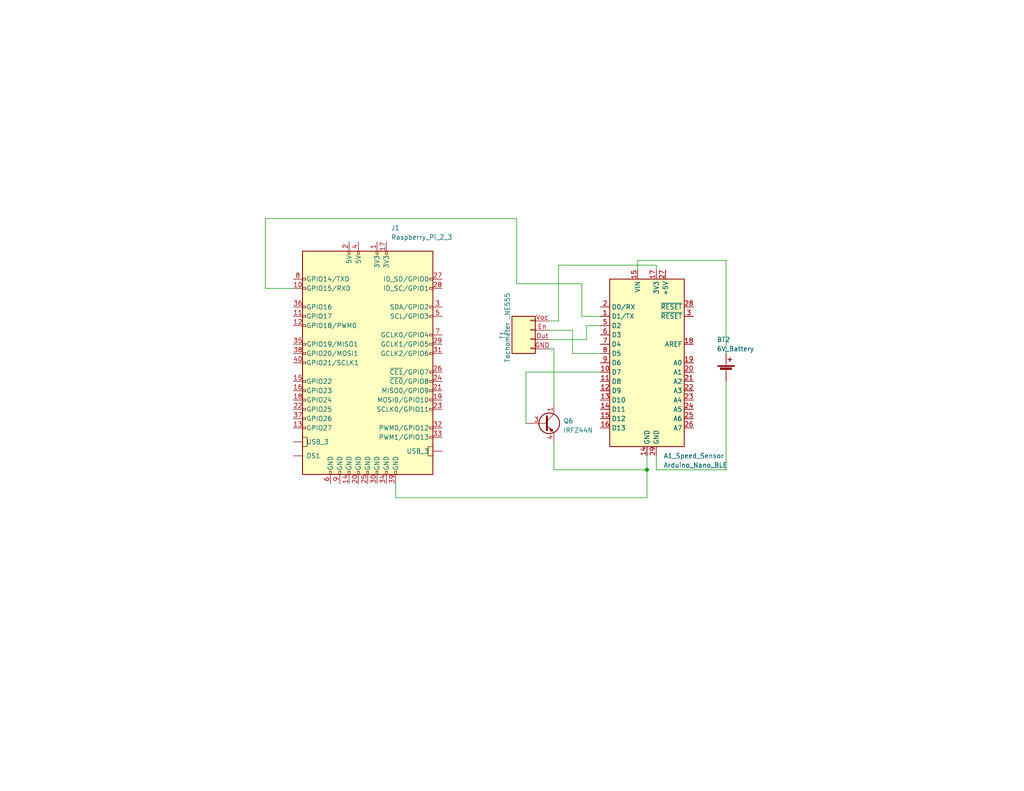
<source format=kicad_sch>
(kicad_sch (version 20230121) (generator eeschema)

  (uuid ad70d9c8-e052-475d-87b0-b315bbcc2009)

  (paper "A")

  (lib_symbols
    (symbol "Conn_01x01_4" (pin_names (offset 1.016) hide) (in_bom yes) (on_board yes)
      (property "Reference" "T1" (at 6.35 3.1751 90)
        (effects (font (size 1.27 1.27)) (justify right))
      )
      (property "Value" "Conn_01x01_4" (at 6.35 0.6351 90)
        (effects (font (size 1.27 1.27)) (justify right))
      )
      (property "Footprint" "" (at 0 0 0)
        (effects (font (size 1.27 1.27)) hide)
      )
      (property "Datasheet" "" (at 0 0 0)
        (effects (font (size 1.27 1.27)) hide)
      )
      (property "ki_keywords" "connector" (at 0 0 0)
        (effects (font (size 1.27 1.27)) hide)
      )
      (property "ki_description" "Generic connector, single row, 01x01, script generated (kicad-library-utils/schlib/autogen/connector/)" (at 0 0 0)
        (effects (font (size 1.27 1.27)) hide)
      )
      (property "ki_fp_filters" "Connector*:*_1x??_*" (at 0 0 0)
        (effects (font (size 1.27 1.27)) hide)
      )
      (symbol "Conn_01x01_4_1_1"
        (rectangle (start -1.27 -6.35) (end 0 -6.604)
          (stroke (width 0.1524) (type default))
          (fill (type none))
        )
        (rectangle (start -1.27 -3.81) (end 0 -4.064)
          (stroke (width 0.1524) (type default))
          (fill (type none))
        )
        (rectangle (start -1.27 -1.27) (end 0 -1.524)
          (stroke (width 0.1524) (type default))
          (fill (type none))
        )
        (rectangle (start -1.27 1.27) (end 0 1.016)
          (stroke (width 0.1524) (type default))
          (fill (type none))
        )
        (rectangle (start -1.27 2.54) (end 5.08 -7.62)
          (stroke (width 0.254) (type default))
          (fill (type background))
        )
        (pin input line (at -5.08 -3.81 0) (length 3.81)
          (name "" (effects (font (size 1.27 1.27))))
          (number "En" (effects (font (size 1.27 1.27))))
        )
        (pin output line (at -5.08 1.27 0) (length 3.81)
          (name "Out" (effects (font (size 1.27 1.27))))
          (number "GND" (effects (font (size 1.27 1.27))))
        )
        (pin output line (at -5.08 -1.27 0) (length 3.81)
          (name "" (effects (font (size 1.27 1.27))))
          (number "Out" (effects (font (size 1.27 1.27))))
        )
        (pin input line (at -5.08 -6.35 0) (length 3.81)
          (name "" (effects (font (size 1.27 1.27))))
          (number "Voc" (effects (font (size 1.27 1.27))))
        )
      )
    )
    (symbol "Connector:Raspberry_Pi_2_3" (pin_names (offset 1.016)) (in_bom yes) (on_board yes)
      (property "Reference" "P?" (at -39.37 10.9095 90)
        (effects (font (size 1.27 1.27)))
      )
      (property "Value" "Raspberry_Pi_1" (at -39.37 8.3695 90)
        (effects (font (size 1.27 1.27)))
      )
      (property "Footprint" "" (at 0 0 0)
        (effects (font (size 1.27 1.27)) hide)
      )
      (property "Datasheet" "https://www.raspberrypi.org/documentation/hardware/raspberrypi/schematics/rpi_SCH_3bplus_1p0_reduced.pdf" (at 0 0 0)
        (effects (font (size 1.27 1.27)) hide)
      )
      (property "ki_keywords" "raspberrypi gpio" (at 0 0 0)
        (effects (font (size 1.27 1.27)) hide)
      )
      (property "ki_description" "expansion header for Raspberry Pi 2 & 3" (at 0 0 0)
        (effects (font (size 1.27 1.27)) hide)
      )
      (property "ki_fp_filters" "PinHeader*2x20*P2.54mm*Vertical* PinSocket*2x20*P2.54mm*Vertical*" (at 0 0 0)
        (effects (font (size 1.27 1.27)) hide)
      )
      (symbol "Raspberry_Pi_2_3_0_1"
        (rectangle (start -17.78 30.48) (end 17.78 -30.48)
          (stroke (width 0.254) (type default))
          (fill (type background))
        )
      )
      (symbol "Raspberry_Pi_2_3_1_1"
        (rectangle (start -17.78 -20.32) (end -16.51 -22.86)
          (stroke (width 0) (type default))
          (fill (type none))
        )
        (rectangle (start -16.891 -17.526) (end -17.78 -18.034)
          (stroke (width 0) (type default))
          (fill (type none))
        )
        (rectangle (start -16.891 -14.986) (end -17.78 -15.494)
          (stroke (width 0) (type default))
          (fill (type none))
        )
        (rectangle (start -16.891 -12.446) (end -17.78 -12.954)
          (stroke (width 0) (type default))
          (fill (type none))
        )
        (rectangle (start -16.891 -9.906) (end -17.78 -10.414)
          (stroke (width 0) (type default))
          (fill (type none))
        )
        (rectangle (start -16.891 -7.366) (end -17.78 -7.874)
          (stroke (width 0) (type default))
          (fill (type none))
        )
        (rectangle (start -16.891 -4.826) (end -17.78 -5.334)
          (stroke (width 0) (type default))
          (fill (type none))
        )
        (rectangle (start -16.891 0.254) (end -17.78 -0.254)
          (stroke (width 0) (type default))
          (fill (type none))
        )
        (rectangle (start -16.891 2.794) (end -17.78 2.286)
          (stroke (width 0) (type default))
          (fill (type none))
        )
        (rectangle (start -16.891 5.334) (end -17.78 4.826)
          (stroke (width 0) (type default))
          (fill (type none))
        )
        (rectangle (start -16.891 10.414) (end -17.78 9.906)
          (stroke (width 0) (type default))
          (fill (type none))
        )
        (rectangle (start -16.891 12.954) (end -17.78 12.446)
          (stroke (width 0) (type default))
          (fill (type none))
        )
        (rectangle (start -16.891 15.494) (end -17.78 14.986)
          (stroke (width 0) (type default))
          (fill (type none))
        )
        (rectangle (start -16.891 20.574) (end -17.78 20.066)
          (stroke (width 0) (type default))
          (fill (type none))
        )
        (rectangle (start -16.891 23.114) (end -17.78 22.606)
          (stroke (width 0) (type default))
          (fill (type none))
        )
        (rectangle (start -10.414 -29.591) (end -9.906 -30.48)
          (stroke (width 0) (type default))
          (fill (type none))
        )
        (rectangle (start -7.874 -29.591) (end -7.366 -30.48)
          (stroke (width 0) (type default))
          (fill (type none))
        )
        (rectangle (start -5.334 -29.591) (end -4.826 -30.48)
          (stroke (width 0) (type default))
          (fill (type none))
        )
        (rectangle (start -5.334 30.48) (end -4.826 29.591)
          (stroke (width 0) (type default))
          (fill (type none))
        )
        (rectangle (start -2.794 -29.591) (end -2.286 -30.48)
          (stroke (width 0) (type default))
          (fill (type none))
        )
        (rectangle (start -2.794 30.48) (end -2.286 29.591)
          (stroke (width 0) (type default))
          (fill (type none))
        )
        (rectangle (start -0.254 -29.591) (end 0.254 -30.48)
          (stroke (width 0) (type default))
          (fill (type none))
        )
        (rectangle (start 2.286 -29.591) (end 2.794 -30.48)
          (stroke (width 0) (type default))
          (fill (type none))
        )
        (rectangle (start 2.286 30.48) (end 2.794 29.591)
          (stroke (width 0) (type default))
          (fill (type none))
        )
        (rectangle (start 4.826 -29.591) (end 5.334 -30.48)
          (stroke (width 0) (type default))
          (fill (type none))
        )
        (rectangle (start 4.826 30.48) (end 5.334 29.591)
          (stroke (width 0) (type default))
          (fill (type none))
        )
        (rectangle (start 7.366 -29.591) (end 7.874 -30.48)
          (stroke (width 0) (type default))
          (fill (type none))
        )
        (rectangle (start 16.51 -22.86) (end 17.78 -25.4)
          (stroke (width 0) (type default))
          (fill (type none))
        )
        (rectangle (start 17.78 -20.066) (end 16.891 -20.574)
          (stroke (width 0) (type default))
          (fill (type none))
        )
        (rectangle (start 17.78 -17.526) (end 16.891 -18.034)
          (stroke (width 0) (type default))
          (fill (type none))
        )
        (rectangle (start 17.78 -12.446) (end 16.891 -12.954)
          (stroke (width 0) (type default))
          (fill (type none))
        )
        (rectangle (start 17.78 -9.906) (end 16.891 -10.414)
          (stroke (width 0) (type default))
          (fill (type none))
        )
        (rectangle (start 17.78 -7.366) (end 16.891 -7.874)
          (stroke (width 0) (type default))
          (fill (type none))
        )
        (rectangle (start 17.78 -4.826) (end 16.891 -5.334)
          (stroke (width 0) (type default))
          (fill (type none))
        )
        (rectangle (start 17.78 -2.286) (end 16.891 -2.794)
          (stroke (width 0) (type default))
          (fill (type none))
        )
        (rectangle (start 17.78 2.794) (end 16.891 2.286)
          (stroke (width 0) (type default))
          (fill (type none))
        )
        (rectangle (start 17.78 5.334) (end 16.891 4.826)
          (stroke (width 0) (type default))
          (fill (type none))
        )
        (rectangle (start 17.78 7.874) (end 16.891 7.366)
          (stroke (width 0) (type default))
          (fill (type none))
        )
        (rectangle (start 17.78 12.954) (end 16.891 12.446)
          (stroke (width 0) (type default))
          (fill (type none))
        )
        (rectangle (start 17.78 15.494) (end 16.891 14.986)
          (stroke (width 0) (type default))
          (fill (type none))
        )
        (rectangle (start 17.78 20.574) (end 16.891 20.066)
          (stroke (width 0) (type default))
          (fill (type none))
        )
        (rectangle (start 17.78 23.114) (end 16.891 22.606)
          (stroke (width 0) (type default))
          (fill (type none))
        )
        (pin bidirectional line (at -20.32 -25.4 0) (length 2.54)
          (name "DS1" (effects (font (size 1.27 1.27))))
          (number "" (effects (font (size 1.27 1.27))))
        )
        (pin bidirectional line (at -20.32 -21.59 0) (length 2.54)
          (name "USB_3" (effects (font (size 1.27 1.27))))
          (number "" (effects (font (size 1.27 1.27))))
        )
        (pin bidirectional line (at 20.32 -24.13 180) (length 2.54)
          (name "USB_3" (effects (font (size 1.27 1.27))))
          (number "" (effects (font (size 1.27 1.27))))
        )
        (pin power_in line (at 2.54 33.02 270) (length 2.54)
          (name "3V3" (effects (font (size 1.27 1.27))))
          (number "1" (effects (font (size 1.27 1.27))))
        )
        (pin bidirectional line (at -20.32 20.32 0) (length 2.54)
          (name "GPIO15/RXD" (effects (font (size 1.27 1.27))))
          (number "10" (effects (font (size 1.27 1.27))))
        )
        (pin bidirectional line (at -20.32 12.7 0) (length 2.54)
          (name "GPIO17" (effects (font (size 1.27 1.27))))
          (number "11" (effects (font (size 1.27 1.27))))
        )
        (pin bidirectional line (at -20.32 10.16 0) (length 2.54)
          (name "GPIO18/PWM0" (effects (font (size 1.27 1.27))))
          (number "12" (effects (font (size 1.27 1.27))))
        )
        (pin bidirectional line (at -20.32 -17.78 0) (length 2.54)
          (name "GPIO27" (effects (font (size 1.27 1.27))))
          (number "13" (effects (font (size 1.27 1.27))))
        )
        (pin power_in line (at -5.08 -33.02 90) (length 2.54)
          (name "GND" (effects (font (size 1.27 1.27))))
          (number "14" (effects (font (size 1.27 1.27))))
        )
        (pin bidirectional line (at -20.32 -5.08 0) (length 2.54)
          (name "GPIO22" (effects (font (size 1.27 1.27))))
          (number "15" (effects (font (size 1.27 1.27))))
        )
        (pin bidirectional line (at -20.32 -7.62 0) (length 2.54)
          (name "GPIO23" (effects (font (size 1.27 1.27))))
          (number "16" (effects (font (size 1.27 1.27))))
        )
        (pin power_in line (at 5.08 33.02 270) (length 2.54)
          (name "3V3" (effects (font (size 1.27 1.27))))
          (number "17" (effects (font (size 1.27 1.27))))
        )
        (pin bidirectional line (at -20.32 -10.16 0) (length 2.54)
          (name "GPIO24" (effects (font (size 1.27 1.27))))
          (number "18" (effects (font (size 1.27 1.27))))
        )
        (pin bidirectional line (at 20.32 -10.16 180) (length 2.54)
          (name "MOSI0/GPIO10" (effects (font (size 1.27 1.27))))
          (number "19" (effects (font (size 1.27 1.27))))
        )
        (pin power_in line (at -5.08 33.02 270) (length 2.54)
          (name "5V" (effects (font (size 1.27 1.27))))
          (number "2" (effects (font (size 1.27 1.27))))
        )
        (pin power_in line (at -2.54 -33.02 90) (length 2.54)
          (name "GND" (effects (font (size 1.27 1.27))))
          (number "20" (effects (font (size 1.27 1.27))))
        )
        (pin bidirectional line (at 20.32 -7.62 180) (length 2.54)
          (name "MISO0/GPIO9" (effects (font (size 1.27 1.27))))
          (number "21" (effects (font (size 1.27 1.27))))
        )
        (pin bidirectional line (at -20.32 -12.7 0) (length 2.54)
          (name "GPIO25" (effects (font (size 1.27 1.27))))
          (number "22" (effects (font (size 1.27 1.27))))
        )
        (pin bidirectional line (at 20.32 -12.7 180) (length 2.54)
          (name "SCLK0/GPIO11" (effects (font (size 1.27 1.27))))
          (number "23" (effects (font (size 1.27 1.27))))
        )
        (pin bidirectional line (at 20.32 -5.08 180) (length 2.54)
          (name "~{CE0}/GPIO8" (effects (font (size 1.27 1.27))))
          (number "24" (effects (font (size 1.27 1.27))))
        )
        (pin power_in line (at 0 -33.02 90) (length 2.54)
          (name "GND" (effects (font (size 1.27 1.27))))
          (number "25" (effects (font (size 1.27 1.27))))
        )
        (pin bidirectional line (at 20.32 -2.54 180) (length 2.54)
          (name "~{CE1}/GPIO7" (effects (font (size 1.27 1.27))))
          (number "26" (effects (font (size 1.27 1.27))))
        )
        (pin bidirectional line (at 20.32 22.86 180) (length 2.54)
          (name "ID_SD/GPIO0" (effects (font (size 1.27 1.27))))
          (number "27" (effects (font (size 1.27 1.27))))
        )
        (pin bidirectional line (at 20.32 20.32 180) (length 2.54)
          (name "ID_SC/GPIO1" (effects (font (size 1.27 1.27))))
          (number "28" (effects (font (size 1.27 1.27))))
        )
        (pin bidirectional line (at 20.32 5.08 180) (length 2.54)
          (name "GCLK1/GPIO5" (effects (font (size 1.27 1.27))))
          (number "29" (effects (font (size 1.27 1.27))))
        )
        (pin bidirectional line (at 20.32 15.24 180) (length 2.54)
          (name "SDA/GPIO2" (effects (font (size 1.27 1.27))))
          (number "3" (effects (font (size 1.27 1.27))))
        )
        (pin power_in line (at 2.54 -33.02 90) (length 2.54)
          (name "GND" (effects (font (size 1.27 1.27))))
          (number "30" (effects (font (size 1.27 1.27))))
        )
        (pin bidirectional line (at 20.32 2.54 180) (length 2.54)
          (name "GCLK2/GPIO6" (effects (font (size 1.27 1.27))))
          (number "31" (effects (font (size 1.27 1.27))))
        )
        (pin bidirectional line (at 20.32 -17.78 180) (length 2.54)
          (name "PWM0/GPIO12" (effects (font (size 1.27 1.27))))
          (number "32" (effects (font (size 1.27 1.27))))
        )
        (pin bidirectional line (at 20.32 -20.32 180) (length 2.54)
          (name "PWM1/GPIO13" (effects (font (size 1.27 1.27))))
          (number "33" (effects (font (size 1.27 1.27))))
        )
        (pin power_in line (at 5.08 -33.02 90) (length 2.54)
          (name "GND" (effects (font (size 1.27 1.27))))
          (number "34" (effects (font (size 1.27 1.27))))
        )
        (pin bidirectional line (at -20.32 5.08 0) (length 2.54)
          (name "GPIO19/MISO1" (effects (font (size 1.27 1.27))))
          (number "35" (effects (font (size 1.27 1.27))))
        )
        (pin bidirectional line (at -20.32 15.24 0) (length 2.54)
          (name "GPIO16" (effects (font (size 1.27 1.27))))
          (number "36" (effects (font (size 1.27 1.27))))
        )
        (pin bidirectional line (at -20.32 -15.24 0) (length 2.54)
          (name "GPIO26" (effects (font (size 1.27 1.27))))
          (number "37" (effects (font (size 1.27 1.27))))
        )
        (pin bidirectional line (at -20.32 2.54 0) (length 2.54)
          (name "GPIO20/MOSI1" (effects (font (size 1.27 1.27))))
          (number "38" (effects (font (size 1.27 1.27))))
        )
        (pin power_in line (at 7.62 -33.02 90) (length 2.54)
          (name "GND" (effects (font (size 1.27 1.27))))
          (number "39" (effects (font (size 1.27 1.27))))
        )
        (pin power_in line (at -2.54 33.02 270) (length 2.54)
          (name "5V" (effects (font (size 1.27 1.27))))
          (number "4" (effects (font (size 1.27 1.27))))
        )
        (pin bidirectional line (at -20.32 0 0) (length 2.54)
          (name "GPIO21/SCLK1" (effects (font (size 1.27 1.27))))
          (number "40" (effects (font (size 1.27 1.27))))
        )
        (pin bidirectional line (at 20.32 12.7 180) (length 2.54)
          (name "SCL/GPIO3" (effects (font (size 1.27 1.27))))
          (number "5" (effects (font (size 1.27 1.27))))
        )
        (pin power_in line (at -10.16 -33.02 90) (length 2.54)
          (name "GND" (effects (font (size 1.27 1.27))))
          (number "6" (effects (font (size 1.27 1.27))))
        )
        (pin bidirectional line (at 20.32 7.62 180) (length 2.54)
          (name "GCLK0/GPIO4" (effects (font (size 1.27 1.27))))
          (number "7" (effects (font (size 1.27 1.27))))
        )
        (pin bidirectional line (at -20.32 22.86 0) (length 2.54)
          (name "GPIO14/TXD" (effects (font (size 1.27 1.27))))
          (number "8" (effects (font (size 1.27 1.27))))
        )
        (pin power_in line (at -7.62 -33.02 90) (length 2.54)
          (name "GND" (effects (font (size 1.27 1.27))))
          (number "9" (effects (font (size 1.27 1.27))))
        )
      )
    )
    (symbol "Device:Battery_Cell" (pin_numbers hide) (pin_names (offset 0) hide) (in_bom yes) (on_board yes)
      (property "Reference" "BT" (at 2.54 2.54 0)
        (effects (font (size 1.27 1.27)) (justify left))
      )
      (property "Value" "Battery_Cell" (at 2.54 0 0)
        (effects (font (size 1.27 1.27)) (justify left))
      )
      (property "Footprint" "" (at 0 1.524 90)
        (effects (font (size 1.27 1.27)) hide)
      )
      (property "Datasheet" "~" (at 0 1.524 90)
        (effects (font (size 1.27 1.27)) hide)
      )
      (property "ki_keywords" "battery cell" (at 0 0 0)
        (effects (font (size 1.27 1.27)) hide)
      )
      (property "ki_description" "Single-cell battery" (at 0 0 0)
        (effects (font (size 1.27 1.27)) hide)
      )
      (symbol "Battery_Cell_0_1"
        (rectangle (start -2.286 1.778) (end 2.286 1.524)
          (stroke (width 0) (type default))
          (fill (type outline))
        )
        (rectangle (start -1.5748 1.1938) (end 1.4732 0.6858)
          (stroke (width 0) (type default))
          (fill (type outline))
        )
        (polyline
          (pts
            (xy 0 0.762)
            (xy 0 0)
          )
          (stroke (width 0) (type default))
          (fill (type none))
        )
        (polyline
          (pts
            (xy 0 1.778)
            (xy 0 2.54)
          )
          (stroke (width 0) (type default))
          (fill (type none))
        )
        (polyline
          (pts
            (xy 0.508 3.429)
            (xy 1.524 3.429)
          )
          (stroke (width 0.254) (type default))
          (fill (type none))
        )
        (polyline
          (pts
            (xy 1.016 3.937)
            (xy 1.016 2.921)
          )
          (stroke (width 0.254) (type default))
          (fill (type none))
        )
      )
      (symbol "Battery_Cell_1_1"
        (pin passive line (at 0 5.08 270) (length 2.54)
          (name "+" (effects (font (size 1.27 1.27))))
          (number "1" (effects (font (size 1.27 1.27))))
        )
        (pin passive line (at 0 -2.54 90) (length 2.54)
          (name "-" (effects (font (size 1.27 1.27))))
          (number "2" (effects (font (size 1.27 1.27))))
        )
      )
    )
    (symbol "Device:Q_PNP_BEC" (pin_names (offset 0) hide) (in_bom yes) (on_board yes)
      (property "Reference" "Q?" (at 5.08 1.2701 0)
        (effects (font (size 1.27 1.27)) (justify left))
      )
      (property "Value" "Q_PNP_BEC" (at 5.08 -1.2699 0)
        (effects (font (size 1.27 1.27)) (justify left))
      )
      (property "Footprint" "" (at 5.08 2.54 0)
        (effects (font (size 1.27 1.27)) hide)
      )
      (property "Datasheet" "~" (at 0 0 0)
        (effects (font (size 1.27 1.27)) hide)
      )
      (property "ki_keywords" "transistor PNP" (at 0 0 0)
        (effects (font (size 1.27 1.27)) hide)
      )
      (property "ki_description" "PNP transistor, base/emitter/collector" (at 0 0 0)
        (effects (font (size 1.27 1.27)) hide)
      )
      (symbol "Q_PNP_BEC_0_1"
        (polyline
          (pts
            (xy 0.635 0.635)
            (xy 2.54 2.54)
          )
          (stroke (width 0) (type default))
          (fill (type none))
        )
        (polyline
          (pts
            (xy 0.635 -0.635)
            (xy 2.54 -2.54)
            (xy 2.54 -2.54)
          )
          (stroke (width 0) (type default))
          (fill (type none))
        )
        (polyline
          (pts
            (xy 0.635 1.905)
            (xy 0.635 -1.905)
            (xy 0.635 -1.905)
          )
          (stroke (width 0.508) (type default))
          (fill (type none))
        )
        (polyline
          (pts
            (xy 2.286 -1.778)
            (xy 1.778 -2.286)
            (xy 1.27 -1.27)
            (xy 2.286 -1.778)
            (xy 2.286 -1.778)
          )
          (stroke (width 0) (type default))
          (fill (type outline))
        )
        (circle (center 1.27 0) (radius 2.8194)
          (stroke (width 0.254) (type default))
          (fill (type none))
        )
      )
      (symbol "Q_PNP_BEC_1_1"
        (pin passive line (at 2.54 5.08 270) (length 2.54)
          (name "C" (effects (font (size 1.27 1.27))))
          (number "1" (effects (font (size 1.27 1.27))))
        )
        (pin input line (at -5.08 0 0) (length 5.715)
          (name "B" (effects (font (size 1.27 1.27))))
          (number "3" (effects (font (size 1.27 1.27))))
        )
        (pin passive line (at 2.54 -5.08 90) (length 2.54)
          (name "E" (effects (font (size 1.27 1.27))))
          (number "4" (effects (font (size 1.27 1.27))))
        )
      )
    )
    (symbol "MCU_Module:Arduino_Nano_v3.x" (in_bom yes) (on_board yes)
      (property "Reference" "A?" (at 4.5594 -25.4 0)
        (effects (font (size 1.27 1.27)) (justify left))
      )
      (property "Value" "Arduino_Nano_BLE" (at 4.5594 -27.94 0)
        (effects (font (size 1.27 1.27)) (justify left))
      )
      (property "Footprint" "Module:Arduino_Nano" (at 0 0 0)
        (effects (font (size 1.27 1.27) italic) hide)
      )
      (property "Datasheet" "http://www.mouser.com/pdfdocs/Gravitech_Arduino_Nano3_0.pdf" (at 0 0 0)
        (effects (font (size 1.27 1.27)) hide)
      )
      (property "ki_keywords" "Arduino nano microcontroller module USB" (at 0 0 0)
        (effects (font (size 1.27 1.27)) hide)
      )
      (property "ki_description" "Arduino Nano v3.x" (at 0 0 0)
        (effects (font (size 1.27 1.27)) hide)
      )
      (property "ki_fp_filters" "Arduino*Nano*" (at 0 0 0)
        (effects (font (size 1.27 1.27)) hide)
      )
      (symbol "Arduino_Nano_v3.x_0_1"
        (rectangle (start -10.16 22.86) (end 10.16 -22.86)
          (stroke (width 0.254) (type default))
          (fill (type background))
        )
      )
      (symbol "Arduino_Nano_v3.x_1_1"
        (pin bidirectional line (at -12.7 12.7 0) (length 2.54)
          (name "D1/TX" (effects (font (size 1.27 1.27))))
          (number "1" (effects (font (size 1.27 1.27))))
        )
        (pin bidirectional line (at -12.7 -2.54 0) (length 2.54)
          (name "D7" (effects (font (size 1.27 1.27))))
          (number "10" (effects (font (size 1.27 1.27))))
        )
        (pin bidirectional line (at -12.7 -5.08 0) (length 2.54)
          (name "D8" (effects (font (size 1.27 1.27))))
          (number "11" (effects (font (size 1.27 1.27))))
        )
        (pin bidirectional line (at -12.7 -7.62 0) (length 2.54)
          (name "D9" (effects (font (size 1.27 1.27))))
          (number "12" (effects (font (size 1.27 1.27))))
        )
        (pin bidirectional line (at -12.7 -10.16 0) (length 2.54)
          (name "D10" (effects (font (size 1.27 1.27))))
          (number "13" (effects (font (size 1.27 1.27))))
        )
        (pin bidirectional line (at -12.7 -12.7 0) (length 2.54)
          (name "D11" (effects (font (size 1.27 1.27))))
          (number "14" (effects (font (size 1.27 1.27))))
        )
        (pin power_in line (at 0 -25.4 90) (length 2.54)
          (name "GND" (effects (font (size 1.27 1.27))))
          (number "14" (effects (font (size 1.27 1.27))))
        )
        (pin bidirectional line (at -12.7 -15.24 0) (length 2.54)
          (name "D12" (effects (font (size 1.27 1.27))))
          (number "15" (effects (font (size 1.27 1.27))))
        )
        (pin power_in line (at -2.54 25.4 270) (length 2.54)
          (name "VIN" (effects (font (size 1.27 1.27))))
          (number "15" (effects (font (size 1.27 1.27))))
        )
        (pin bidirectional line (at -12.7 -17.78 0) (length 2.54)
          (name "D13" (effects (font (size 1.27 1.27))))
          (number "16" (effects (font (size 1.27 1.27))))
        )
        (pin power_out line (at 2.54 25.4 270) (length 2.54)
          (name "3V3" (effects (font (size 1.27 1.27))))
          (number "17" (effects (font (size 1.27 1.27))))
        )
        (pin input line (at 12.7 5.08 180) (length 2.54)
          (name "AREF" (effects (font (size 1.27 1.27))))
          (number "18" (effects (font (size 1.27 1.27))))
        )
        (pin bidirectional line (at 12.7 0 180) (length 2.54)
          (name "A0" (effects (font (size 1.27 1.27))))
          (number "19" (effects (font (size 1.27 1.27))))
        )
        (pin bidirectional line (at -12.7 15.24 0) (length 2.54)
          (name "D0/RX" (effects (font (size 1.27 1.27))))
          (number "2" (effects (font (size 1.27 1.27))))
        )
        (pin bidirectional line (at 12.7 -2.54 180) (length 2.54)
          (name "A1" (effects (font (size 1.27 1.27))))
          (number "20" (effects (font (size 1.27 1.27))))
        )
        (pin bidirectional line (at 12.7 -5.08 180) (length 2.54)
          (name "A2" (effects (font (size 1.27 1.27))))
          (number "21" (effects (font (size 1.27 1.27))))
        )
        (pin bidirectional line (at 12.7 -7.62 180) (length 2.54)
          (name "A3" (effects (font (size 1.27 1.27))))
          (number "22" (effects (font (size 1.27 1.27))))
        )
        (pin bidirectional line (at 12.7 -10.16 180) (length 2.54)
          (name "A4" (effects (font (size 1.27 1.27))))
          (number "23" (effects (font (size 1.27 1.27))))
        )
        (pin bidirectional line (at 12.7 -12.7 180) (length 2.54)
          (name "A5" (effects (font (size 1.27 1.27))))
          (number "24" (effects (font (size 1.27 1.27))))
        )
        (pin bidirectional line (at 12.7 -15.24 180) (length 2.54)
          (name "A6" (effects (font (size 1.27 1.27))))
          (number "25" (effects (font (size 1.27 1.27))))
        )
        (pin bidirectional line (at 12.7 -17.78 180) (length 2.54)
          (name "A7" (effects (font (size 1.27 1.27))))
          (number "26" (effects (font (size 1.27 1.27))))
        )
        (pin power_out line (at 5.08 25.4 270) (length 2.54)
          (name "+5V" (effects (font (size 1.27 1.27))))
          (number "27" (effects (font (size 1.27 1.27))))
        )
        (pin input line (at 12.7 15.24 180) (length 2.54)
          (name "~{RESET}" (effects (font (size 1.27 1.27))))
          (number "28" (effects (font (size 1.27 1.27))))
        )
        (pin power_in line (at 2.54 -25.4 90) (length 2.54)
          (name "GND" (effects (font (size 1.27 1.27))))
          (number "29" (effects (font (size 1.27 1.27))))
        )
        (pin input line (at 12.7 12.7 180) (length 2.54)
          (name "~{RESET}" (effects (font (size 1.27 1.27))))
          (number "3" (effects (font (size 1.27 1.27))))
        )
        (pin bidirectional line (at -12.7 10.16 0) (length 2.54)
          (name "D2" (effects (font (size 1.27 1.27))))
          (number "5" (effects (font (size 1.27 1.27))))
        )
        (pin bidirectional line (at -12.7 7.62 0) (length 2.54)
          (name "D3" (effects (font (size 1.27 1.27))))
          (number "6" (effects (font (size 1.27 1.27))))
        )
        (pin bidirectional line (at -12.7 5.08 0) (length 2.54)
          (name "D4" (effects (font (size 1.27 1.27))))
          (number "7" (effects (font (size 1.27 1.27))))
        )
        (pin bidirectional line (at -12.7 2.54 0) (length 2.54)
          (name "D5" (effects (font (size 1.27 1.27))))
          (number "8" (effects (font (size 1.27 1.27))))
        )
        (pin bidirectional line (at -12.7 0 0) (length 2.54)
          (name "D6" (effects (font (size 1.27 1.27))))
          (number "9" (effects (font (size 1.27 1.27))))
        )
      )
    )
  )

  (junction (at 176.53 128.27) (diameter 0) (color 0 0 0 0)
    (uuid 3c2346b6-f117-4134-acff-0d93ada32352)
  )

  (wire (pts (xy 140.97 59.69) (xy 72.39 59.69))
    (stroke (width 0) (type default))
    (uuid 0e34d6c5-172e-4b42-9352-f5e66af169f8)
  )
  (wire (pts (xy 72.39 78.74) (xy 80.01 78.74))
    (stroke (width 0) (type default))
    (uuid 157366b5-8461-42bf-99b0-645f9a552aff)
  )
  (wire (pts (xy 156.21 96.52) (xy 163.83 96.52))
    (stroke (width 0) (type default))
    (uuid 163efa94-9d38-4c4d-aa43-975a4e0ce074)
  )
  (wire (pts (xy 143.51 101.6) (xy 163.83 101.6))
    (stroke (width 0) (type default))
    (uuid 188265ad-f318-41a8-a2c0-756c80cfb983)
  )
  (wire (pts (xy 151.13 128.27) (xy 176.53 128.27))
    (stroke (width 0) (type default))
    (uuid 1a59adbc-46df-4aef-ad4b-f3afcf7d033e)
  )
  (wire (pts (xy 179.07 72.39) (xy 152.4 72.39))
    (stroke (width 0) (type default))
    (uuid 34e0a366-4f44-49dd-b600-ef21328fed55)
  )
  (wire (pts (xy 176.53 128.27) (xy 176.53 124.46))
    (stroke (width 0) (type default))
    (uuid 357c2cf3-1d37-4539-95e3-1d11148f578e)
  )
  (wire (pts (xy 158.75 86.36) (xy 158.75 77.47))
    (stroke (width 0) (type default))
    (uuid 3e4798ba-72b4-48d6-84f5-baf3f7c183e7)
  )
  (wire (pts (xy 179.07 128.27) (xy 179.07 124.46))
    (stroke (width 0) (type default))
    (uuid 42c600a4-7c4d-4d9d-a77b-37f785527871)
  )
  (wire (pts (xy 151.13 120.65) (xy 151.13 128.27))
    (stroke (width 0) (type default))
    (uuid 49f2a36c-9aa8-4b5a-a851-580613524506)
  )
  (wire (pts (xy 198.12 104.14) (xy 198.12 128.27))
    (stroke (width 0) (type default))
    (uuid 57c69b6d-5de4-472c-b177-1924cf178569)
  )
  (wire (pts (xy 107.95 132.08) (xy 107.95 135.89))
    (stroke (width 0) (type default))
    (uuid 7af30646-4d60-4004-87be-869505e8beea)
  )
  (wire (pts (xy 179.07 73.66) (xy 179.07 72.39))
    (stroke (width 0) (type default))
    (uuid 7b8ac4d7-878e-42b0-9783-b5c4d105ea58)
  )
  (wire (pts (xy 72.39 59.69) (xy 72.39 78.74))
    (stroke (width 0) (type default))
    (uuid 80831ac2-7aab-4e80-b44d-28d73aaabe1c)
  )
  (wire (pts (xy 140.97 77.47) (xy 140.97 59.69))
    (stroke (width 0) (type default))
    (uuid 89841475-06d4-4b9d-b205-912e25e7d0d0)
  )
  (wire (pts (xy 149.86 90.17) (xy 156.21 90.17))
    (stroke (width 0) (type default))
    (uuid 89c776f6-35c0-4a60-9797-ad4bee17e27c)
  )
  (wire (pts (xy 107.95 135.89) (xy 176.53 135.89))
    (stroke (width 0) (type default))
    (uuid 9362ed87-4476-4b14-ac98-c640d27e4a26)
  )
  (wire (pts (xy 143.51 115.57) (xy 143.51 101.6))
    (stroke (width 0) (type default))
    (uuid a7c69fb6-f3e4-4828-a84b-0a4581e974e3)
  )
  (wire (pts (xy 163.83 86.36) (xy 158.75 86.36))
    (stroke (width 0) (type default))
    (uuid ab38af40-896f-4d57-a16d-95e761f1e844)
  )
  (wire (pts (xy 173.99 73.66) (xy 173.99 71.12))
    (stroke (width 0) (type default))
    (uuid af7e45fd-3f3c-426f-9906-b72c1d23b11b)
  )
  (wire (pts (xy 152.4 72.39) (xy 152.4 87.63))
    (stroke (width 0) (type default))
    (uuid bcb580b0-9257-408a-a993-c7b76ae89ae9)
  )
  (wire (pts (xy 156.21 90.17) (xy 156.21 96.52))
    (stroke (width 0) (type default))
    (uuid d1b27243-ecb9-4d0e-bafb-885c7cc54097)
  )
  (wire (pts (xy 176.53 135.89) (xy 176.53 128.27))
    (stroke (width 0) (type default))
    (uuid d6c043f3-dfc7-411b-8392-4ffcc0cca1db)
  )
  (wire (pts (xy 151.13 110.49) (xy 151.13 95.25))
    (stroke (width 0) (type default))
    (uuid d8ff8251-861b-4222-b619-0006aa708c63)
  )
  (wire (pts (xy 152.4 87.63) (xy 149.86 87.63))
    (stroke (width 0) (type default))
    (uuid dab46d0f-df6d-4d69-84d3-e9b7646986a6)
  )
  (wire (pts (xy 198.12 71.12) (xy 173.99 71.12))
    (stroke (width 0) (type default))
    (uuid dc704690-7e42-4ae5-bd20-7658c5087179)
  )
  (wire (pts (xy 160.02 92.71) (xy 160.02 88.9))
    (stroke (width 0) (type default))
    (uuid e45fcaad-4cb4-48f0-a42f-d172a55cfa3d)
  )
  (wire (pts (xy 198.12 96.52) (xy 198.12 71.12))
    (stroke (width 0) (type default))
    (uuid e665ba53-4733-485c-b04d-6f6b6b4234a3)
  )
  (wire (pts (xy 160.02 88.9) (xy 163.83 88.9))
    (stroke (width 0) (type default))
    (uuid eb7ee75a-185e-4272-96e4-281224054764)
  )
  (wire (pts (xy 149.86 95.25) (xy 151.13 95.25))
    (stroke (width 0) (type default))
    (uuid ec7a264f-deaf-47ee-84bf-4dec507157c2)
  )
  (wire (pts (xy 198.12 128.27) (xy 179.07 128.27))
    (stroke (width 0) (type default))
    (uuid f31127e4-2dcf-4cc3-868b-9634422050aa)
  )
  (wire (pts (xy 149.86 92.71) (xy 160.02 92.71))
    (stroke (width 0) (type default))
    (uuid f86ccc65-0d82-4ad5-913d-851c856ca79e)
  )
  (wire (pts (xy 158.75 77.47) (xy 140.97 77.47))
    (stroke (width 0) (type default))
    (uuid fcae23ce-e46a-49ae-a0ed-643f76ea583d)
  )

  (symbol (lib_name "Conn_01x01_4") (lib_id "Connector_Generic:Conn_01x01") (at 144.78 93.98 180) (unit 1)
    (in_bom yes) (on_board yes) (dnp no)
    (uuid 03f2cd3e-0bf6-4021-984e-ae9decd11fb5)
    (property "Reference" "T1" (at 137.16 92.71 90)
      (effects (font (size 1.27 1.27)) (justify right))
    )
    (property "Value" "Tachometer _NE555" (at 138.43 99.06 90)
      (effects (font (size 1.27 1.27)) (justify right))
    )
    (property "Footprint" "" (at 144.78 93.98 0)
      (effects (font (size 1.27 1.27)) hide)
    )
    (property "Datasheet" "" (at 144.78 93.98 0)
      (effects (font (size 1.27 1.27)) hide)
    )
    (pin "En" (uuid 9a62926e-6bb2-4d50-a707-862e82b2cd07))
    (pin "GND" (uuid 3db3fa4e-f2ed-4846-8edd-b8667cf6b4a5))
    (pin "Out" (uuid 04547141-5092-414a-88a6-39292fbd3f9c))
    (pin "Voc" (uuid dc90f1fd-9115-467d-9787-8744332b8edc))
    (instances
      (project "Team_4_-_Final_DWG_Speed Sensor"
        (path "/ad70d9c8-e052-475d-87b0-b315bbcc2009"
          (reference "T1") (unit 1)
        )
      )
    )
  )

  (symbol (lib_id "Device:Battery_Cell") (at 198.12 101.6 0) (unit 1)
    (in_bom yes) (on_board yes) (dnp no)
    (uuid 1068b524-2e4a-409b-b971-fc539d8e9f6b)
    (property "Reference" "BT2" (at 195.58 92.71 0)
      (effects (font (size 1.27 1.27)) (justify left))
    )
    (property "Value" "6V_Battery" (at 195.58 95.25 0)
      (effects (font (size 1.27 1.27)) (justify left))
    )
    (property "Footprint" "" (at 198.12 100.076 90)
      (effects (font (size 1.27 1.27)) hide)
    )
    (property "Datasheet" "~" (at 198.12 100.076 90)
      (effects (font (size 1.27 1.27)) hide)
    )
    (pin "1" (uuid 63be5eca-f29f-4248-8e83-5de1455a0a95))
    (pin "2" (uuid dc23d8de-0dc0-4f61-b358-9faa67b460a2))
    (instances
      (project "Team_4_-_Final_DWG_Speed Sensor"
        (path "/ad70d9c8-e052-475d-87b0-b315bbcc2009"
          (reference "BT2") (unit 1)
        )
      )
    )
  )

  (symbol (lib_id "MCU_Module:Arduino_Nano_v3.x") (at 176.53 99.06 0) (unit 1)
    (in_bom yes) (on_board yes) (dnp no) (fields_autoplaced)
    (uuid 13dafc2a-c492-4c65-a6bf-aa25169d9816)
    (property "Reference" "A1_Speed_Sensor" (at 181.0259 124.46 0)
      (effects (font (size 1.27 1.27)) (justify left))
    )
    (property "Value" "Arduino_Nano_BLE" (at 181.0259 127 0)
      (effects (font (size 1.27 1.27)) (justify left))
    )
    (property "Footprint" "Module:Arduino_Nano" (at 176.53 99.06 0)
      (effects (font (size 1.27 1.27) italic) hide)
    )
    (property "Datasheet" "http://www.mouser.com/pdfdocs/Gravitech_Arduino_Nano3_0.pdf" (at 176.53 99.06 0)
      (effects (font (size 1.27 1.27)) hide)
    )
    (pin "1" (uuid f1c0f66a-d092-4241-87d7-16c8aa6cc291))
    (pin "10" (uuid 25a30ea5-e082-482d-aac0-e6e821dd4421))
    (pin "11" (uuid caa7e0b6-1b36-44df-a05c-77c31198e44a))
    (pin "12" (uuid 090ee258-b001-4ad0-94d0-7bc0c81d9b3c))
    (pin "13" (uuid ca7ebfae-9755-4cb9-b942-11a0ca9c35c3))
    (pin "14" (uuid 0f42c6e0-07be-43a6-9f50-5350cf036f7c))
    (pin "14" (uuid 0f42c6e0-07be-43a6-9f50-5350cf036f7c))
    (pin "15" (uuid 564c03cf-bc8a-44ee-8e4e-98c775cdfa25))
    (pin "15" (uuid 564c03cf-bc8a-44ee-8e4e-98c775cdfa25))
    (pin "16" (uuid 394670be-708d-4afc-a29a-861fb099798d))
    (pin "17" (uuid 03344eb5-5701-481d-a358-ee03c44d29d6))
    (pin "18" (uuid 125af864-a745-45fd-a27d-b0c001f60a1e))
    (pin "19" (uuid 51d2557b-47a1-40cf-89fe-1a8bcc729856))
    (pin "2" (uuid f4fb94c6-b097-4cbb-97e8-446c553d6023))
    (pin "20" (uuid 8e8b511b-a6b8-474c-9fbb-ec9b28d0bbfb))
    (pin "21" (uuid 22945a31-ce75-4025-846d-d7009accedad))
    (pin "22" (uuid a02bea7a-e2a4-43bc-a004-604a813fdb90))
    (pin "23" (uuid a233c418-e5b9-45e1-bc8b-d56c81d787b8))
    (pin "24" (uuid 5fdea920-b83e-4f9d-9a4b-c300e3f3e9f4))
    (pin "25" (uuid a700af91-58fe-442c-9dbc-a75df49259b0))
    (pin "26" (uuid e9149718-07dc-45b3-96da-40f0d3418bef))
    (pin "27" (uuid 681d420f-3eeb-4cd4-a94a-81ab780f519b))
    (pin "28" (uuid 0ba08dab-709c-42b6-a6c1-1f9a136e53fd))
    (pin "29" (uuid aa106f94-f444-4c45-9603-a8f7419ed9a0))
    (pin "3" (uuid 0cb54cc4-d9d8-48df-9ccb-e3b51e8b7fdb))
    (pin "5" (uuid ee305413-7af4-42d6-adb5-622085c73ffd))
    (pin "6" (uuid ef4f27db-6c9b-4879-a69b-3fd30ba0345e))
    (pin "7" (uuid b0615a2a-1569-42ec-986c-e4e8a9e90809))
    (pin "8" (uuid d06fff98-e44e-4b12-a39f-f65cb750f73d))
    (pin "9" (uuid f4dd2f12-67ea-47a1-a6a1-20d0182ffa5b))
    (instances
      (project "Team_4_-_Final_DWG_Speed Sensor"
        (path "/ad70d9c8-e052-475d-87b0-b315bbcc2009"
          (reference "A1_Speed_Sensor") (unit 1)
        )
      )
    )
  )

  (symbol (lib_id "Connector:Raspberry_Pi_2_3") (at 100.33 99.06 0) (unit 1)
    (in_bom yes) (on_board yes) (dnp no)
    (uuid b5ccdc5e-a03b-48b3-8bb6-5c3b2c360ab4)
    (property "Reference" "J1" (at 106.68 62.23 0)
      (effects (font (size 1.27 1.27)) (justify left))
    )
    (property "Value" "Raspberry_Pi_2_3" (at 106.68 64.77 0)
      (effects (font (size 1.27 1.27)) (justify left))
    )
    (property "Footprint" "" (at 100.33 99.06 0)
      (effects (font (size 1.27 1.27)) hide)
    )
    (property "Datasheet" "https://www.raspberrypi.org/documentation/hardware/raspberrypi/schematics/rpi_SCH_3bplus_1p0_reduced.pdf" (at 100.33 99.06 0)
      (effects (font (size 1.27 1.27)) hide)
    )
    (pin "" (uuid 5460c1bf-92f4-4d6f-b575-4d277dab4ece))
    (pin "" (uuid 1640406a-29ec-4a74-bc74-023712145648))
    (pin "" (uuid f2c3064b-b408-4df0-a1a0-25571b8cf7c3))
    (pin "1" (uuid 2a3c3c34-66ee-4716-b119-83ac2ac1ab97))
    (pin "10" (uuid 13797edf-80d0-4ffc-abac-402acc054daf))
    (pin "11" (uuid c08e4dd3-5f99-44c7-878d-456cdba448b0))
    (pin "12" (uuid a21f5a3b-5f8f-4999-842d-5ccdfefb7f57))
    (pin "13" (uuid 8d1a14b5-adbc-4684-a964-f3ae05570e7f))
    (pin "14" (uuid 7ea5b72b-1241-4c01-a2a3-c4b5a5cbd1f8))
    (pin "15" (uuid eaada7ad-e2de-4a8b-8619-729271667f2e))
    (pin "16" (uuid 12552dc1-2be4-4da3-8152-beed3748e8b5))
    (pin "17" (uuid 63dc79d1-c9b5-4349-bafa-79d3d94d6878))
    (pin "18" (uuid 5aaafe85-6be1-44bb-9f52-62c54010fe08))
    (pin "19" (uuid 03e58f58-4926-4a9b-a785-8e8fb53c2d11))
    (pin "2" (uuid c9af5831-d507-4dc7-91c2-37a73abae55b))
    (pin "20" (uuid d48a8e3e-aec3-4f00-9fa7-d767ab6aaf9b))
    (pin "21" (uuid 3d653b8d-2afa-422a-bc8a-8643c0170439))
    (pin "22" (uuid fda1438d-5895-47b0-b346-9cdc30a30ba7))
    (pin "23" (uuid d64e4a93-1c11-4aaf-9fd1-3ac541d7b9a4))
    (pin "24" (uuid 8443acbf-0344-4e1b-8edc-d744d460f0f4))
    (pin "25" (uuid ae6d6cd8-9674-4c57-b9c1-4f0afd995246))
    (pin "26" (uuid 19e6cb54-28b3-495f-b5da-b19a156ffa3d))
    (pin "27" (uuid 8e58ffde-40f3-4512-89e0-fedc906fbcbc))
    (pin "28" (uuid fa0b31b0-a026-4ce4-8058-9acc6e3737fa))
    (pin "29" (uuid 8c885dfe-451c-4e80-ba8a-a6fa857c6ac4))
    (pin "3" (uuid 6c8be61c-fdd8-4a44-8e30-69ea79f294d5))
    (pin "30" (uuid c7922af6-e677-42c1-b85a-aacbdb28d75b))
    (pin "31" (uuid 74b9c412-5b3c-441a-aaeb-6136dac72e94))
    (pin "32" (uuid d8f63dc0-c7fa-461b-8dc5-c79abb0b472c))
    (pin "33" (uuid f37d6c3d-59de-434c-b5b2-fe6b0315a3e6))
    (pin "34" (uuid 202d5976-681b-48d1-8185-3efed8d38510))
    (pin "35" (uuid 5ce45b16-a244-47de-bd5e-b4edee3326ba))
    (pin "36" (uuid fb12c26c-fad9-4c9e-af29-6a203adaf0ba))
    (pin "37" (uuid 6a9a0f72-d0aa-4e48-948a-0d7608065a0c))
    (pin "38" (uuid c5bcdaf0-c5a3-4a92-9c5c-656ea778f00d))
    (pin "39" (uuid e3136774-3619-4cb1-9b50-bd52aefee1be))
    (pin "4" (uuid 85c83663-1665-4221-8bc8-a0633c0c6c2e))
    (pin "40" (uuid 6f4fe597-0181-49e8-af92-4eb9e618d3e0))
    (pin "5" (uuid 5a782c86-21d5-4ee9-b283-0794748d9903))
    (pin "6" (uuid 1f91de73-36f2-4cd0-a3b8-3212f2ae45bb))
    (pin "7" (uuid 33dd0d20-819a-4c93-aaec-a1ff23fec3fb))
    (pin "8" (uuid e2c56c54-7362-4776-82ea-c53b9ec03d98))
    (pin "9" (uuid 48dbda1e-f613-4a86-801b-539a7af6fdae))
    (instances
      (project "RRSA"
        (path "/a90599bc-0a99-42aa-a15a-0d314203fbe8"
          (reference "J1") (unit 1)
        )
      )
      (project "Team_4_-_Final_DWG_Speed Sensor"
        (path "/ad70d9c8-e052-475d-87b0-b315bbcc2009"
          (reference "J1") (unit 1)
        )
      )
    )
  )

  (symbol (lib_id "Device:Q_PNP_BEC") (at 148.59 115.57 0) (unit 1)
    (in_bom yes) (on_board yes) (dnp no)
    (uuid e5eb7299-400d-48fe-a4a9-67599ab40c8b)
    (property "Reference" "Q6" (at 153.67 114.935 0)
      (effects (font (size 1.27 1.27)) (justify left))
    )
    (property "Value" "IRFZ44N" (at 153.67 117.475 0)
      (effects (font (size 1.27 1.27)) (justify left))
    )
    (property "Footprint" "" (at 153.67 113.03 0)
      (effects (font (size 1.27 1.27)) hide)
    )
    (property "Datasheet" "~" (at 148.59 115.57 0)
      (effects (font (size 1.27 1.27)) hide)
    )
    (pin "1" (uuid a73e0ef7-d89e-4629-98e9-b1ac1cf47cc9))
    (pin "3" (uuid c6e08b39-6417-4870-a0bf-83c75135dd33))
    (pin "4" (uuid 81cad138-d413-4305-8c29-1ccef22672e9))
    (instances
      (project "Team_4_-_Final_DWG_Speed Sensor"
        (path "/ad70d9c8-e052-475d-87b0-b315bbcc2009"
          (reference "Q6") (unit 1)
        )
      )
    )
  )

  (sheet_instances
    (path "/" (page "1"))
  )
)

</source>
